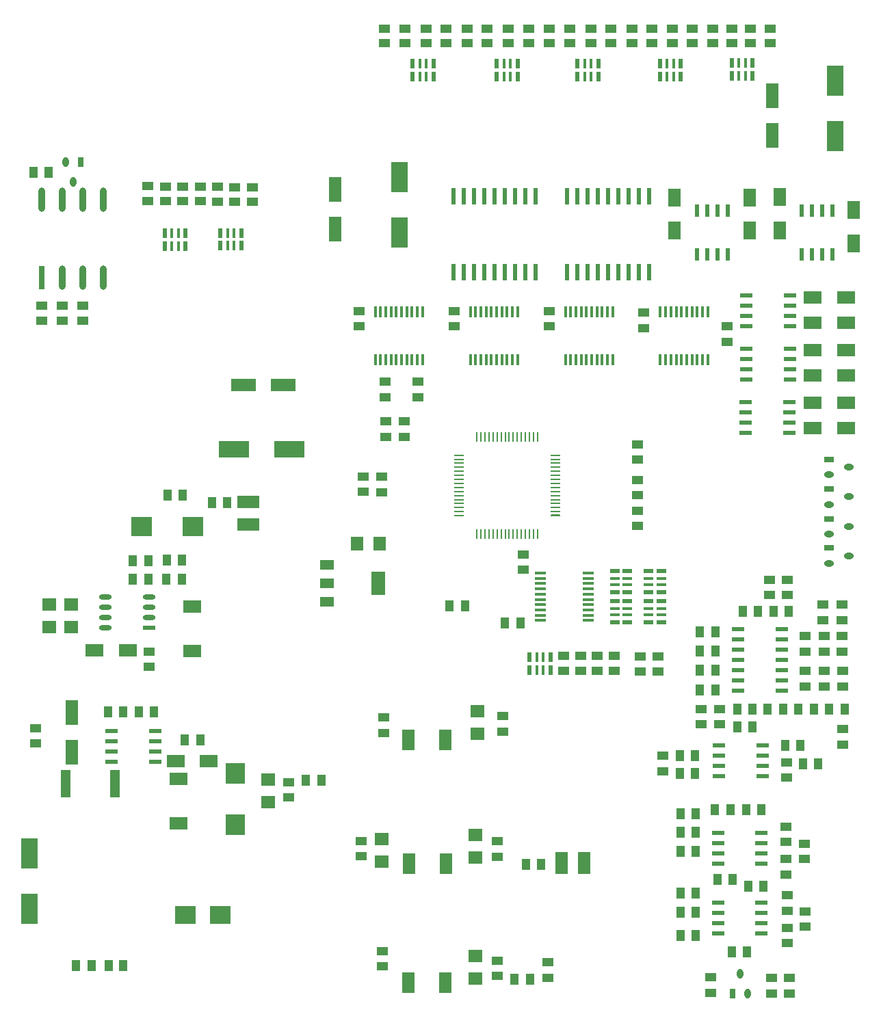
<source format=gtp>
%FSLAX25Y25*%
%MOIN*%
G70*
G01*
G75*
G04 Layer_Color=8421504*
%ADD10C,0.01000*%
%ADD11R,0.04134X0.05512*%
%ADD12R,0.05512X0.04134*%
%ADD13R,0.04724X0.03150*%
%ADD14O,0.04724X0.03150*%
%ADD15R,0.04724X0.01969*%
%ADD16R,0.04724X0.01181*%
%ADD17R,0.01969X0.04724*%
%ADD18R,0.01181X0.04724*%
%ADD19R,0.05512X0.03937*%
%ADD20R,0.06102X0.08661*%
%ADD21R,0.08661X0.06102*%
%ADD22R,0.06102X0.02362*%
%ADD23R,0.02362X0.06102*%
%ADD24R,0.08268X0.14764*%
%ADD25R,0.09843X0.09055*%
%ADD26R,0.06000X0.10000*%
%ADD27O,0.06102X0.02362*%
%ADD28R,0.14764X0.08268*%
%ADD29R,0.10236X0.09449*%
%ADD30R,0.08661X0.05906*%
%ADD31R,0.05000X0.01000*%
%ADD32R,0.01000X0.05000*%
%ADD33O,0.05000X0.01000*%
%ADD34R,0.12402X0.06299*%
%ADD35R,0.02362X0.07874*%
%ADD36R,0.07087X0.06000*%
%ADD37R,0.03937X0.05512*%
%ADD38R,0.06299X0.12402*%
%ADD39R,0.09449X0.10236*%
%ADD40R,0.06000X0.07087*%
%ADD41R,0.06500X0.04500*%
%ADD42R,0.06500X0.11800*%
%ADD43O,0.03150X0.11811*%
%ADD44R,0.03150X0.11811*%
%ADD45R,0.03150X0.04724*%
%ADD46O,0.03150X0.04724*%
%ADD47R,0.01772X0.05709*%
%ADD48R,0.05709X0.01772*%
%ADD49R,0.04921X0.13386*%
%ADD50R,0.06299X0.10630*%
%ADD51R,0.10630X0.06299*%
%ADD52C,0.02000*%
%ADD53C,0.01500*%
%ADD54C,0.03000*%
%ADD55C,0.04000*%
%ADD56C,0.06000*%
%ADD57C,0.02500*%
%ADD58C,0.01200*%
%ADD59C,0.08000*%
%ADD60C,0.05000*%
%ADD61R,0.06900X0.16600*%
%ADD62R,0.12500X0.03400*%
%ADD63R,0.19600X0.16800*%
%ADD64R,0.27900X0.19600*%
%ADD65R,0.44300X0.27600*%
%ADD66R,0.18898X0.09449*%
%ADD67R,0.18898X0.09055*%
%ADD68R,0.10221X0.52362*%
%ADD69R,0.20331X0.12598*%
%ADD70R,0.45592X0.09289*%
%ADD71R,0.25590X0.20079*%
%ADD72R,0.22441X0.20254*%
%ADD73R,0.32677X0.11024*%
%ADD74R,0.36614X0.28346*%
%ADD75R,0.18504X0.62205*%
%ADD76R,0.13780X0.22835*%
%ADD77R,0.24900X0.11417*%
%ADD78R,0.30800X0.16605*%
%ADD79R,0.37402X0.13386*%
%ADD80R,0.14014X0.14161*%
%ADD81R,0.44488X0.16838*%
%ADD82R,0.14173X0.04724*%
%ADD83R,0.15354X0.16535*%
%ADD84R,0.19291X0.16142*%
%ADD85R,0.38976X0.14892*%
%ADD86R,0.15354X0.14098*%
%ADD87R,0.22300X0.17000*%
%ADD88R,0.69700X0.22200*%
%ADD89R,0.22200X0.18100*%
%ADD90R,0.20700X0.43400*%
%ADD91R,0.16900X0.61900*%
%ADD92R,0.17600X0.11100*%
%ADD93R,0.60400X0.28600*%
%ADD94R,0.06300X0.33500*%
%ADD95R,0.51100X0.18500*%
%ADD96R,0.17300X0.16200*%
%ADD97R,0.64800X0.19500*%
%ADD98R,0.54300X0.17300*%
%ADD99R,0.44100X0.21000*%
%ADD100R,0.22200X0.50300*%
%ADD101R,0.21200X0.51400*%
%ADD102R,0.42500X0.16300*%
%ADD103R,0.12300X0.11000*%
%ADD104R,0.36434X0.18432*%
%ADD105R,0.18200X0.09300*%
%ADD106R,0.30400X0.13200*%
%ADD107R,0.49910X0.31300*%
%ADD108C,0.03937*%
%ADD109C,0.05118*%
%ADD110O,0.05000X0.05906*%
%ADD111C,0.06000*%
%ADD112R,0.27559X0.26772*%
%ADD113R,0.09449X0.14961*%
%ADD114C,0.05906*%
%ADD115R,0.05906X0.05906*%
%ADD116C,0.06299*%
%ADD117O,0.05906X0.05000*%
%ADD118C,0.11811*%
%ADD119C,0.12598*%
%ADD120C,0.05000*%
%ADD121C,0.04724*%
%ADD122R,0.04724X0.04724*%
%ADD123C,0.09843*%
%ADD124R,0.08661X0.08661*%
%ADD125C,0.06200*%
%ADD126O,0.07874X0.05000*%
%ADD127R,0.06299X0.06299*%
%ADD128C,0.03000*%
%ADD129C,0.04000*%
%ADD130R,0.60400X0.13100*%
%ADD131C,0.00787*%
%ADD132C,0.00984*%
%ADD133C,0.02362*%
%ADD134C,0.01772*%
%ADD135C,0.01181*%
%ADD136C,0.00394*%
%ADD137C,0.00600*%
%ADD138C,0.00700*%
%ADD139C,0.00500*%
%ADD140C,0.00004*%
%ADD141C,0.00827*%
%ADD142C,0.00800*%
%ADD143C,0.00591*%
%ADD144C,0.00591*%
%ADD145R,1.14340X0.26480*%
G54D11*
X388260Y73800D02*
D03*
X395740D02*
D03*
X387260Y111000D02*
D03*
X394740D02*
D03*
X435292Y160030D02*
D03*
X427812D02*
D03*
X372300Y178928D02*
D03*
X364820D02*
D03*
X372300Y169479D02*
D03*
X364820D02*
D03*
X372300Y188376D02*
D03*
X364820D02*
D03*
X372300Y197825D02*
D03*
X364820D02*
D03*
X382930Y151369D02*
D03*
X390410D02*
D03*
X382930Y160030D02*
D03*
X390410D02*
D03*
X412851D02*
D03*
X420332D02*
D03*
X397891D02*
D03*
X405371D02*
D03*
X393166Y207668D02*
D03*
X385686D02*
D03*
X408127D02*
D03*
X400647D02*
D03*
X372160Y111000D02*
D03*
X379640D02*
D03*
X362848Y70312D02*
D03*
X355368D02*
D03*
Y61257D02*
D03*
X362848D02*
D03*
X380301Y41721D02*
D03*
X387781D02*
D03*
X362836Y49839D02*
D03*
X355356D02*
D03*
X269760Y202000D02*
D03*
X277240D02*
D03*
X355368Y100249D02*
D03*
X362848D02*
D03*
X91260Y158600D02*
D03*
X98740D02*
D03*
X83740D02*
D03*
X76260D02*
D03*
X88533Y223499D02*
D03*
X96013D02*
D03*
X112300D02*
D03*
X104820D02*
D03*
X60900Y35000D02*
D03*
X68380D02*
D03*
X250380Y210543D02*
D03*
X242900D02*
D03*
X287419Y84492D02*
D03*
X279939D02*
D03*
X281907Y28261D02*
D03*
X274427D02*
D03*
X96013Y232499D02*
D03*
X88533D02*
D03*
X112420Y232798D02*
D03*
X104940D02*
D03*
X362848Y109249D02*
D03*
X355368D02*
D03*
Y90749D02*
D03*
X362848D02*
D03*
X113860Y145000D02*
D03*
X121340D02*
D03*
X112814Y264294D02*
D03*
X105334D02*
D03*
X373260Y77100D02*
D03*
X380740D02*
D03*
X354929Y128912D02*
D03*
X362409D02*
D03*
Y137573D02*
D03*
X354929D02*
D03*
X415065Y133524D02*
D03*
X422546D02*
D03*
X40060Y421600D02*
D03*
X47540D02*
D03*
X406360Y142500D02*
D03*
X413840D02*
D03*
X172760Y125400D02*
D03*
X180240D02*
D03*
X134440Y260900D02*
D03*
X126960D02*
D03*
G54D12*
X278700Y235440D02*
D03*
Y227960D02*
D03*
X306637Y186120D02*
D03*
Y178640D02*
D03*
X416198Y178731D02*
D03*
Y171251D02*
D03*
X407300Y215660D02*
D03*
Y223140D02*
D03*
X365410Y160227D02*
D03*
Y152747D02*
D03*
X425253Y171251D02*
D03*
Y178731D02*
D03*
X374465Y152747D02*
D03*
Y160227D02*
D03*
X425253Y188180D02*
D03*
Y195660D02*
D03*
X433914D02*
D03*
Y188180D02*
D03*
X416198Y195660D02*
D03*
Y188180D02*
D03*
X434308Y171251D02*
D03*
Y178731D02*
D03*
X433914Y211014D02*
D03*
Y203534D02*
D03*
X424859Y211014D02*
D03*
Y203534D02*
D03*
X398600Y223240D02*
D03*
Y215760D02*
D03*
X344400Y178260D02*
D03*
Y185740D02*
D03*
X227559Y319685D02*
D03*
Y312205D02*
D03*
X211417Y319685D02*
D03*
Y312205D02*
D03*
X407521Y46099D02*
D03*
Y53579D02*
D03*
X416100Y54060D02*
D03*
Y61540D02*
D03*
X406734Y79564D02*
D03*
Y87044D02*
D03*
X415789D02*
D03*
Y94524D02*
D03*
X434308Y142904D02*
D03*
Y150384D02*
D03*
X211717Y292893D02*
D03*
Y300373D02*
D03*
X314905Y186120D02*
D03*
Y178640D02*
D03*
X407521Y61847D02*
D03*
Y69328D02*
D03*
X209629Y273321D02*
D03*
Y265840D02*
D03*
X64000Y356740D02*
D03*
Y349260D02*
D03*
X54000Y356840D02*
D03*
Y349360D02*
D03*
X41000Y150740D02*
D03*
Y143260D02*
D03*
X164400Y117060D02*
D03*
Y124540D02*
D03*
X44100Y349260D02*
D03*
Y356740D02*
D03*
X96476Y188113D02*
D03*
Y180632D02*
D03*
X210800Y148560D02*
D03*
Y156040D02*
D03*
X268724Y149214D02*
D03*
Y156694D02*
D03*
X210100Y34660D02*
D03*
Y42140D02*
D03*
X265962Y30033D02*
D03*
Y37513D02*
D03*
X199800Y95740D02*
D03*
Y88260D02*
D03*
X265962Y88232D02*
D03*
Y95713D02*
D03*
X406734Y95312D02*
D03*
Y102792D02*
D03*
X370079Y29399D02*
D03*
Y21919D02*
D03*
X399600Y29040D02*
D03*
Y21560D02*
D03*
X198800Y346660D02*
D03*
Y354140D02*
D03*
X220772Y300373D02*
D03*
Y292893D02*
D03*
X346858Y137376D02*
D03*
Y129896D02*
D03*
X407000Y126620D02*
D03*
Y134100D02*
D03*
X323172Y178640D02*
D03*
Y186120D02*
D03*
X408500Y21560D02*
D03*
Y29040D02*
D03*
X291339Y354134D02*
D03*
Y346654D02*
D03*
X337402Y353346D02*
D03*
Y345866D02*
D03*
X245200Y354140D02*
D03*
Y346660D02*
D03*
X298369Y186120D02*
D03*
Y178640D02*
D03*
X334252Y289173D02*
D03*
Y281693D02*
D03*
X377953Y339173D02*
D03*
Y346654D02*
D03*
X290765Y36726D02*
D03*
Y29246D02*
D03*
X334252Y271850D02*
D03*
Y264370D02*
D03*
Y256890D02*
D03*
Y249410D02*
D03*
G54D13*
X427665Y238593D02*
D03*
Y252766D02*
D03*
Y267333D02*
D03*
X427665Y281900D02*
D03*
G54D14*
X427665Y231113D02*
D03*
X437508Y234853D02*
D03*
X427665Y245286D02*
D03*
X437508Y249026D02*
D03*
Y263593D02*
D03*
X427665Y259853D02*
D03*
X427665Y274420D02*
D03*
X437508Y278160D02*
D03*
G54D15*
X346150Y217124D02*
D03*
Y227361D02*
D03*
X339850D02*
D03*
Y217124D02*
D03*
X329553D02*
D03*
Y227361D02*
D03*
X323253D02*
D03*
Y217124D02*
D03*
X329550Y202482D02*
D03*
Y212718D02*
D03*
X323250D02*
D03*
Y202482D02*
D03*
X346050D02*
D03*
Y212718D02*
D03*
X339750D02*
D03*
Y202482D02*
D03*
G54D16*
X346150Y220668D02*
D03*
Y223817D02*
D03*
X339850D02*
D03*
Y220668D02*
D03*
X329553D02*
D03*
Y223817D02*
D03*
X323253D02*
D03*
Y220668D02*
D03*
X329550Y206025D02*
D03*
Y209175D02*
D03*
X323250D02*
D03*
Y206025D02*
D03*
X346050D02*
D03*
Y209175D02*
D03*
X339750D02*
D03*
Y206025D02*
D03*
G54D17*
X292070Y179230D02*
D03*
X281834D02*
D03*
Y185530D02*
D03*
X292070D02*
D03*
X380315Y468898D02*
D03*
X390551D02*
D03*
Y475197D02*
D03*
X380315D02*
D03*
X224803Y468504D02*
D03*
X235039D02*
D03*
Y474803D02*
D03*
X224803D02*
D03*
X265748Y468504D02*
D03*
X275984D02*
D03*
Y474803D02*
D03*
X265748D02*
D03*
X345276D02*
D03*
X355512D02*
D03*
Y468504D02*
D03*
X345276D02*
D03*
X305118Y474803D02*
D03*
X315354D02*
D03*
Y468504D02*
D03*
X305118D02*
D03*
X114218Y385850D02*
D03*
X103982D02*
D03*
Y392150D02*
D03*
X114218D02*
D03*
X141318Y385950D02*
D03*
X131082D02*
D03*
Y392250D02*
D03*
X141318D02*
D03*
G54D18*
X288527Y179230D02*
D03*
X285377D02*
D03*
Y185530D02*
D03*
X288527D02*
D03*
X383858Y468898D02*
D03*
X387008D02*
D03*
Y475197D02*
D03*
X383858D02*
D03*
X228346Y468504D02*
D03*
X231496D02*
D03*
Y474803D02*
D03*
X228346D02*
D03*
X269291Y468504D02*
D03*
X272441D02*
D03*
Y474803D02*
D03*
X269291D02*
D03*
X348819D02*
D03*
X351969D02*
D03*
Y468504D02*
D03*
X348819D02*
D03*
X308661Y474803D02*
D03*
X311811D02*
D03*
Y468504D02*
D03*
X308661D02*
D03*
X110675Y385850D02*
D03*
X107525D02*
D03*
Y392150D02*
D03*
X110675D02*
D03*
X137775Y385950D02*
D03*
X134625D02*
D03*
Y392250D02*
D03*
X137775D02*
D03*
G54D19*
X335800Y185643D02*
D03*
Y178557D02*
D03*
X399162Y484752D02*
D03*
Y491839D02*
D03*
X389320Y484646D02*
D03*
Y491732D02*
D03*
X351300Y491843D02*
D03*
Y484757D02*
D03*
X341541Y491839D02*
D03*
Y484752D02*
D03*
X331698Y491839D02*
D03*
Y484752D02*
D03*
X321462Y491839D02*
D03*
Y484752D02*
D03*
X311619Y491839D02*
D03*
Y484752D02*
D03*
X301383Y491839D02*
D03*
Y484752D02*
D03*
X291541Y491839D02*
D03*
Y484752D02*
D03*
X281305Y491839D02*
D03*
Y484752D02*
D03*
X271462Y491839D02*
D03*
Y484752D02*
D03*
X261226Y491839D02*
D03*
Y484752D02*
D03*
X251383Y491839D02*
D03*
Y484752D02*
D03*
X241147Y491839D02*
D03*
Y484752D02*
D03*
X231305Y491839D02*
D03*
Y484752D02*
D03*
X221068Y491839D02*
D03*
Y484752D02*
D03*
X211226Y491839D02*
D03*
Y484752D02*
D03*
X380265Y491732D02*
D03*
Y484646D02*
D03*
X371210Y491732D02*
D03*
Y484646D02*
D03*
X361024Y491839D02*
D03*
Y484752D02*
D03*
X138100Y414543D02*
D03*
Y407457D02*
D03*
X146600Y414543D02*
D03*
Y407457D02*
D03*
X95800Y414943D02*
D03*
Y407857D02*
D03*
X104300Y414843D02*
D03*
Y407757D02*
D03*
X112800Y414843D02*
D03*
Y407757D02*
D03*
X200574Y273342D02*
D03*
Y266256D02*
D03*
X129700Y407557D02*
D03*
Y414643D02*
D03*
X121300Y407657D02*
D03*
Y414743D02*
D03*
G54D20*
X352300Y393329D02*
D03*
Y409471D02*
D03*
X403900Y393529D02*
D03*
Y409671D02*
D03*
X439900Y387129D02*
D03*
Y403271D02*
D03*
X389000Y393429D02*
D03*
Y409571D02*
D03*
G54D21*
X419882Y322835D02*
D03*
X436024D02*
D03*
X419882Y335039D02*
D03*
X436024D02*
D03*
Y360630D02*
D03*
X419882D02*
D03*
X436024Y348425D02*
D03*
X419882D02*
D03*
X436024Y309449D02*
D03*
X419882D02*
D03*
X69901Y188703D02*
D03*
X86042D02*
D03*
X125571Y134600D02*
D03*
X109429D02*
D03*
X436024Y297244D02*
D03*
X419882D02*
D03*
G54D22*
X387402Y335827D02*
D03*
Y330827D02*
D03*
Y325827D02*
D03*
Y320827D02*
D03*
X408661D02*
D03*
Y325827D02*
D03*
Y330827D02*
D03*
Y335827D02*
D03*
X408661Y361811D02*
D03*
Y356811D02*
D03*
Y351811D02*
D03*
Y346811D02*
D03*
X387402D02*
D03*
Y351811D02*
D03*
Y356811D02*
D03*
Y361811D02*
D03*
X395284Y127337D02*
D03*
Y132337D02*
D03*
Y137337D02*
D03*
Y142337D02*
D03*
X374024D02*
D03*
Y137337D02*
D03*
Y132337D02*
D03*
Y127337D02*
D03*
X96481Y199617D02*
D03*
X373636Y50627D02*
D03*
Y55627D02*
D03*
Y60627D02*
D03*
Y65627D02*
D03*
X394895D02*
D03*
Y60627D02*
D03*
Y55627D02*
D03*
Y50627D02*
D03*
X99462Y134443D02*
D03*
Y139443D02*
D03*
Y144443D02*
D03*
Y149443D02*
D03*
X78202D02*
D03*
Y144443D02*
D03*
Y139443D02*
D03*
Y134443D02*
D03*
X408427Y309661D02*
D03*
Y304661D02*
D03*
Y299661D02*
D03*
Y294661D02*
D03*
X387167D02*
D03*
Y299661D02*
D03*
Y304661D02*
D03*
Y309661D02*
D03*
X394895Y84843D02*
D03*
Y89843D02*
D03*
Y94843D02*
D03*
Y99843D02*
D03*
X373636D02*
D03*
Y94843D02*
D03*
Y89843D02*
D03*
Y84843D02*
D03*
X404780Y169046D02*
D03*
Y174046D02*
D03*
Y179046D02*
D03*
Y184046D02*
D03*
Y189046D02*
D03*
Y194046D02*
D03*
Y199046D02*
D03*
X383521D02*
D03*
Y194046D02*
D03*
Y189046D02*
D03*
Y184046D02*
D03*
Y179046D02*
D03*
Y174046D02*
D03*
Y169046D02*
D03*
G54D23*
X363386Y403150D02*
D03*
X368386D02*
D03*
X373386D02*
D03*
X378386D02*
D03*
Y381890D02*
D03*
X373386D02*
D03*
X368386D02*
D03*
X363386D02*
D03*
X414567Y403150D02*
D03*
X419567D02*
D03*
X424567D02*
D03*
X429567D02*
D03*
Y381890D02*
D03*
X424567D02*
D03*
X419567D02*
D03*
X414567D02*
D03*
G54D24*
X430700Y466483D02*
D03*
Y439317D02*
D03*
X38100Y62717D02*
D03*
Y89883D02*
D03*
X218400Y392417D02*
D03*
Y419583D02*
D03*
G54D25*
X114035Y59700D02*
D03*
X130965D02*
D03*
G54D26*
X222852Y144985D02*
D03*
X240852D02*
D03*
X240955Y84903D02*
D03*
X222955D02*
D03*
X222858Y26602D02*
D03*
X240858D02*
D03*
G54D27*
X96481Y204617D02*
D03*
Y209617D02*
D03*
Y214617D02*
D03*
X75221Y199617D02*
D03*
Y204617D02*
D03*
Y209617D02*
D03*
Y214617D02*
D03*
G54D28*
X164783Y286800D02*
D03*
X137617D02*
D03*
G54D29*
X92619Y249019D02*
D03*
X117816D02*
D03*
G54D30*
X117342Y188309D02*
D03*
Y209963D02*
D03*
X110900Y104400D02*
D03*
Y126054D02*
D03*
G54D31*
X247295Y283885D02*
D03*
Y281917D02*
D03*
Y279948D02*
D03*
Y276011D02*
D03*
Y274043D02*
D03*
Y272074D02*
D03*
Y268137D02*
D03*
Y266169D02*
D03*
Y264200D02*
D03*
Y260263D02*
D03*
Y258295D02*
D03*
Y256326D02*
D03*
Y254358D02*
D03*
X294539Y256326D02*
D03*
Y258295D02*
D03*
Y262232D02*
D03*
Y264200D02*
D03*
Y266169D02*
D03*
Y270106D02*
D03*
Y274043D02*
D03*
Y277980D02*
D03*
Y279948D02*
D03*
Y260263D02*
D03*
Y268137D02*
D03*
Y272074D02*
D03*
Y276011D02*
D03*
Y281917D02*
D03*
Y283885D02*
D03*
X247295Y262232D02*
D03*
Y270106D02*
D03*
Y277980D02*
D03*
G54D32*
X285681Y292744D02*
D03*
X283713D02*
D03*
X281744D02*
D03*
X279776D02*
D03*
X277807D02*
D03*
X275838D02*
D03*
X273870D02*
D03*
X271901D02*
D03*
X269933D02*
D03*
X267965D02*
D03*
X265996D02*
D03*
X262059D02*
D03*
X260090D02*
D03*
X258122D02*
D03*
Y245500D02*
D03*
X275838D02*
D03*
X273870D02*
D03*
X260090D02*
D03*
X281744D02*
D03*
X279776D02*
D03*
X265996D02*
D03*
X271901D02*
D03*
X267964D02*
D03*
X264028D02*
D03*
X256153D02*
D03*
X283713D02*
D03*
X277807D02*
D03*
X262059D02*
D03*
X269933D02*
D03*
X285681D02*
D03*
X256153Y292744D02*
D03*
X264028D02*
D03*
G54D33*
X294539Y254358D02*
D03*
G54D34*
X142454Y318100D02*
D03*
X161746D02*
D03*
G54D35*
X300079Y373228D02*
D03*
X305079D02*
D03*
X310079D02*
D03*
X315079D02*
D03*
X320079D02*
D03*
X325079D02*
D03*
X330079D02*
D03*
X335079D02*
D03*
X340079D02*
D03*
Y410236D02*
D03*
X335079D02*
D03*
X330079D02*
D03*
X325079D02*
D03*
X320079D02*
D03*
X315079D02*
D03*
X310079D02*
D03*
X305079D02*
D03*
X300079D02*
D03*
X244642D02*
D03*
X249642D02*
D03*
X254642D02*
D03*
X259642D02*
D03*
X264642D02*
D03*
X269642D02*
D03*
X274642D02*
D03*
X279642D02*
D03*
X284642D02*
D03*
Y373228D02*
D03*
X279642D02*
D03*
X274642D02*
D03*
X269642D02*
D03*
X264642D02*
D03*
X259642D02*
D03*
X254642D02*
D03*
X249642D02*
D03*
X244642D02*
D03*
G54D36*
X154400Y114700D02*
D03*
Y125700D02*
D03*
X58500Y211000D02*
D03*
Y200000D02*
D03*
X47700D02*
D03*
Y211000D02*
D03*
X256519Y148241D02*
D03*
Y159241D02*
D03*
X255332Y39667D02*
D03*
Y28667D02*
D03*
Y87653D02*
D03*
Y98654D02*
D03*
X209800Y85800D02*
D03*
Y96800D02*
D03*
G54D37*
X83684Y35000D02*
D03*
X76597D02*
D03*
G54D38*
X187200Y394254D02*
D03*
Y413546D02*
D03*
X58900Y158446D02*
D03*
Y139154D02*
D03*
X400000Y439854D02*
D03*
Y459146D02*
D03*
G54D39*
X138400Y103702D02*
D03*
Y128898D02*
D03*
G54D40*
X208700Y240800D02*
D03*
X197700D02*
D03*
G54D41*
X183171Y230567D02*
D03*
Y221467D02*
D03*
Y212367D02*
D03*
G54D42*
X208171Y221467D02*
D03*
G54D43*
X44019Y408351D02*
D03*
X74019D02*
D03*
X64019D02*
D03*
X54019D02*
D03*
X74019Y370556D02*
D03*
X64019D02*
D03*
X54019D02*
D03*
G54D44*
X44019D02*
D03*
G54D45*
X380709Y21328D02*
D03*
X63100Y426900D02*
D03*
G54D46*
X388189Y21328D02*
D03*
X384449Y31171D02*
D03*
X55620Y426900D02*
D03*
X59360Y417058D02*
D03*
G54D47*
X206594Y353740D02*
D03*
X209154D02*
D03*
X211713D02*
D03*
X214272D02*
D03*
X216831D02*
D03*
X219390D02*
D03*
X221949D02*
D03*
X224508D02*
D03*
X227067D02*
D03*
X229626D02*
D03*
Y330512D02*
D03*
X227067D02*
D03*
X224508D02*
D03*
X221949D02*
D03*
X219390D02*
D03*
X216831D02*
D03*
X214272D02*
D03*
X211713D02*
D03*
X209154D02*
D03*
X206594D02*
D03*
X345571D02*
D03*
X348130D02*
D03*
X350689D02*
D03*
X353248D02*
D03*
X355807D02*
D03*
X358366D02*
D03*
X360925D02*
D03*
X363484D02*
D03*
X366043D02*
D03*
X368602D02*
D03*
Y353740D02*
D03*
X366043D02*
D03*
X363484D02*
D03*
X360925D02*
D03*
X358366D02*
D03*
X355807D02*
D03*
X353248D02*
D03*
X350689D02*
D03*
X348130D02*
D03*
X345571D02*
D03*
X299245Y330512D02*
D03*
X301804D02*
D03*
X304363D02*
D03*
X306923D02*
D03*
X309482D02*
D03*
X312041D02*
D03*
X314600D02*
D03*
X317159D02*
D03*
X319718D02*
D03*
X322277D02*
D03*
Y353740D02*
D03*
X319718D02*
D03*
X317159D02*
D03*
X314600D02*
D03*
X312041D02*
D03*
X309482D02*
D03*
X306923D02*
D03*
X304363D02*
D03*
X301804D02*
D03*
X299245D02*
D03*
X252920Y330512D02*
D03*
X255479D02*
D03*
X258038D02*
D03*
X260597D02*
D03*
X263156D02*
D03*
X265715D02*
D03*
X268274D02*
D03*
X270833D02*
D03*
X273392D02*
D03*
X275952D02*
D03*
Y353740D02*
D03*
X273392D02*
D03*
X270833D02*
D03*
X268274D02*
D03*
X265715D02*
D03*
X263156D02*
D03*
X260597D02*
D03*
X258038D02*
D03*
X255479D02*
D03*
X252920D02*
D03*
G54D48*
X287205Y203346D02*
D03*
Y205906D02*
D03*
Y208465D02*
D03*
Y211024D02*
D03*
Y213583D02*
D03*
Y216142D02*
D03*
Y218701D02*
D03*
Y221260D02*
D03*
Y223819D02*
D03*
Y226378D02*
D03*
X310433D02*
D03*
Y223819D02*
D03*
Y221260D02*
D03*
Y218701D02*
D03*
Y216142D02*
D03*
Y213583D02*
D03*
Y211024D02*
D03*
Y208465D02*
D03*
Y205906D02*
D03*
Y203346D02*
D03*
G54D49*
X55792Y123800D02*
D03*
X79808D02*
D03*
G54D50*
X308482Y85061D02*
D03*
X297458D02*
D03*
G54D51*
X144600Y261212D02*
D03*
Y250188D02*
D03*
M02*

</source>
